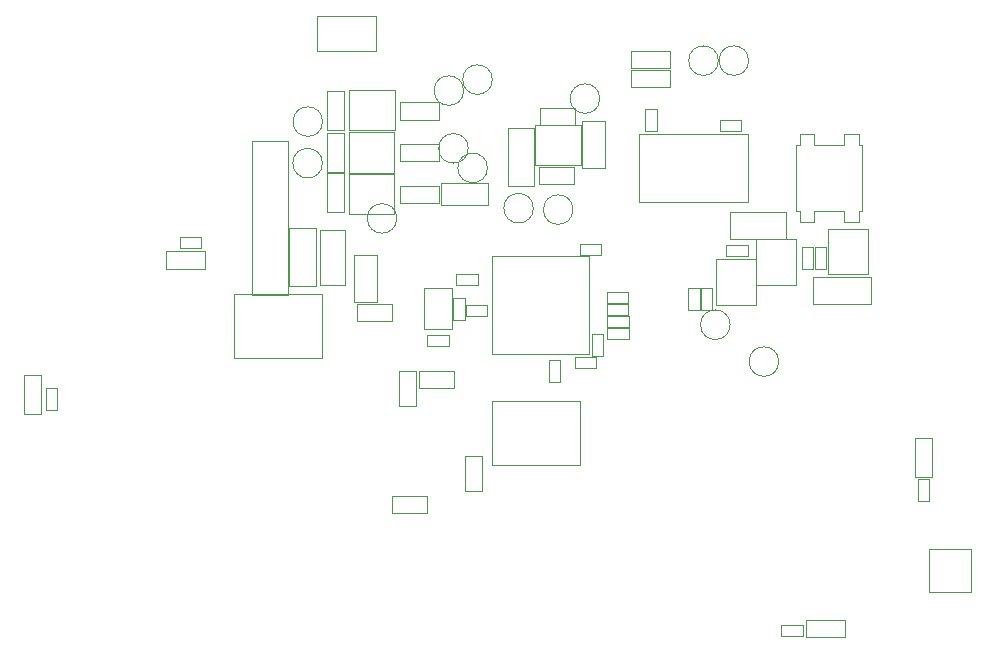
<source format=gbr>
G04 #@! TF.GenerationSoftware,KiCad,Pcbnew,7.0.2*
G04 #@! TF.CreationDate,2023-06-06T21:39:12-07:00*
G04 #@! TF.ProjectId,procon_gcc_main_pcb,70726f63-6f6e-45f6-9763-635f6d61696e,1*
G04 #@! TF.SameCoordinates,Original*
G04 #@! TF.FileFunction,Other,User*
%FSLAX46Y46*%
G04 Gerber Fmt 4.6, Leading zero omitted, Abs format (unit mm)*
G04 Created by KiCad (PCBNEW 7.0.2) date 2023-06-06 21:39:12*
%MOMM*%
%LPD*%
G01*
G04 APERTURE LIST*
%ADD10C,0.050000*%
G04 APERTURE END LIST*
D10*
X151922760Y-123754312D02*
X151922760Y-121894312D01*
X152862760Y-123754312D02*
X151922760Y-123754312D01*
X151922760Y-121894312D02*
X152862760Y-121894312D01*
X152862760Y-121894312D02*
X152862760Y-123754312D01*
X171183595Y-144004174D02*
X171183595Y-147604174D01*
X171183595Y-147604174D02*
X174783595Y-147604174D01*
X174783595Y-144004174D02*
X171183595Y-144004174D01*
X174783595Y-147604174D02*
X174783595Y-144004174D01*
X145798378Y-125144084D02*
X143938378Y-125144084D01*
X145798378Y-124204084D02*
X145798378Y-125144084D01*
X143938378Y-125144084D02*
X143938378Y-124204084D01*
X143938378Y-124204084D02*
X145798378Y-124204084D01*
X154385499Y-115424786D02*
X154385499Y-117724786D01*
X154385499Y-115424786D02*
X159085499Y-115424786D01*
X159085499Y-115424786D02*
X159085499Y-117724786D01*
X159085499Y-117724786D02*
X154385499Y-117724786D01*
X133368988Y-136073904D02*
X133368988Y-139033904D01*
X131908988Y-136073904D02*
X133368988Y-136073904D01*
X133368988Y-139033904D02*
X131908988Y-139033904D01*
X131908988Y-139033904D02*
X131908988Y-136073904D01*
X162491317Y-118364380D02*
X162491317Y-120224380D01*
X161551317Y-118364380D02*
X162491317Y-118364380D01*
X162491317Y-120224380D02*
X161551317Y-120224380D01*
X161551317Y-120224380D02*
X161551317Y-118364380D01*
X153370505Y-102616000D02*
G75*
G03*
X153370505Y-102616000I-1250000J0D01*
G01*
X170269623Y-139898477D02*
X170269623Y-138038477D01*
X171209623Y-139898477D02*
X170269623Y-139898477D01*
X170269623Y-138038477D02*
X171209623Y-138038477D01*
X171209623Y-138038477D02*
X171209623Y-139898477D01*
X143331539Y-105833876D02*
G75*
G03*
X143331539Y-105833876I-1250000J0D01*
G01*
X112380156Y-122389537D02*
X112380156Y-127789537D01*
X112380156Y-127789537D02*
X119780156Y-127789537D01*
X119780156Y-122389537D02*
X112380156Y-122389537D01*
X119780156Y-127789537D02*
X119780156Y-122389537D01*
X96047457Y-129230391D02*
X96047457Y-132530391D01*
X94587457Y-129230391D02*
X96047457Y-129230391D01*
X96047457Y-132530391D02*
X94587457Y-132530391D01*
X94587457Y-132530391D02*
X94587457Y-129230391D01*
X116900000Y-122450000D02*
X116900000Y-109450000D01*
X116900000Y-109450000D02*
X113900000Y-109450000D01*
X113900000Y-122450000D02*
X116900000Y-122450000D01*
X113900000Y-109450000D02*
X113900000Y-122450000D01*
X122122500Y-105110000D02*
X122122500Y-108510000D01*
X122122500Y-108510000D02*
X125962500Y-108510000D01*
X125962500Y-105110000D02*
X122122500Y-105110000D01*
X125962500Y-108510000D02*
X125962500Y-105110000D01*
X122110000Y-112180000D02*
X122110000Y-115580000D01*
X122110000Y-115580000D02*
X125950000Y-115580000D01*
X125950000Y-112180000D02*
X122110000Y-112180000D01*
X125950000Y-115580000D02*
X125950000Y-112180000D01*
X131150000Y-120661418D02*
X133010000Y-120661418D01*
X131150000Y-121601418D02*
X131150000Y-120661418D01*
X133010000Y-120661418D02*
X133010000Y-121601418D01*
X133010000Y-121601418D02*
X131150000Y-121601418D01*
X164100004Y-151428757D02*
X160800004Y-151428757D01*
X164100004Y-149968757D02*
X164100004Y-151428757D01*
X160800004Y-151428757D02*
X160800004Y-149968757D01*
X160800004Y-149968757D02*
X164100004Y-149968757D01*
X137772000Y-108294000D02*
X137772000Y-113194000D01*
X135532000Y-108294000D02*
X137772000Y-108294000D01*
X137772000Y-113194000D02*
X135532000Y-113194000D01*
X135532000Y-113194000D02*
X135532000Y-108294000D01*
X121674000Y-108719000D02*
X121674000Y-112019000D01*
X120214000Y-108719000D02*
X121674000Y-108719000D01*
X121674000Y-112019000D02*
X120214000Y-112019000D01*
X120214000Y-112019000D02*
X120214000Y-108719000D01*
X162653973Y-120687393D02*
X166053973Y-120687393D01*
X166053973Y-120687393D02*
X166053973Y-116847393D01*
X162653973Y-116847393D02*
X162653973Y-120687393D01*
X166053973Y-116847393D02*
X162653973Y-116847393D01*
X155298965Y-108559075D02*
X153478965Y-108559075D01*
X155298965Y-107639075D02*
X155298965Y-108559075D01*
X153478965Y-108559075D02*
X153478965Y-107639075D01*
X153478965Y-107639075D02*
X155298965Y-107639075D01*
X142420000Y-119180000D02*
X134180000Y-119180000D01*
X134180000Y-119180000D02*
X134180000Y-127420000D01*
X142420000Y-127420000D02*
X142420000Y-119180000D01*
X134180000Y-127420000D02*
X142420000Y-127420000D01*
X143580000Y-125790000D02*
X143580000Y-127610000D01*
X142660000Y-125790000D02*
X143580000Y-125790000D01*
X143580000Y-127610000D02*
X142660000Y-127610000D01*
X142660000Y-127610000D02*
X142660000Y-125790000D01*
X141064343Y-115229853D02*
G75*
G03*
X141064343Y-115229853I-1250000J0D01*
G01*
X121667000Y-112160000D02*
X121667000Y-115460000D01*
X120207000Y-112160000D02*
X121667000Y-112160000D01*
X121667000Y-115460000D02*
X120207000Y-115460000D01*
X120207000Y-115460000D02*
X120207000Y-112160000D01*
X129878718Y-112974462D02*
X129878718Y-114874462D01*
X129878718Y-112974462D02*
X133878718Y-112974462D01*
X129878718Y-114874462D02*
X133878718Y-114874462D01*
X133878718Y-112974462D02*
X133878718Y-114874462D01*
X117046000Y-121685500D02*
X117046000Y-116785500D01*
X119286000Y-121685500D02*
X117046000Y-121685500D01*
X117046000Y-116785500D02*
X119286000Y-116785500D01*
X119286000Y-116785500D02*
X119286000Y-121685500D01*
X122550000Y-123050000D02*
X124450000Y-123050000D01*
X122550000Y-123050000D02*
X122550000Y-119050000D01*
X124450000Y-123050000D02*
X124450000Y-119050000D01*
X122550000Y-119050000D02*
X124450000Y-119050000D01*
X133791612Y-124259940D02*
X131971612Y-124259940D01*
X133791612Y-123339940D02*
X133791612Y-124259940D01*
X131971612Y-124259940D02*
X131971612Y-123339940D01*
X131971612Y-123339940D02*
X133791612Y-123339940D01*
X129730000Y-114670000D02*
X126430000Y-114670000D01*
X129730000Y-113210000D02*
X129730000Y-114670000D01*
X126430000Y-114670000D02*
X126430000Y-113210000D01*
X126430000Y-113210000D02*
X129730000Y-113210000D01*
X161420598Y-118362478D02*
X161420598Y-120222478D01*
X160480598Y-118362478D02*
X161420598Y-118362478D01*
X161420598Y-120222478D02*
X160480598Y-120222478D01*
X160480598Y-120222478D02*
X160480598Y-118362478D01*
X125732999Y-139464151D02*
X128692999Y-139464151D01*
X125732999Y-140924151D02*
X125732999Y-139464151D01*
X128692999Y-139464151D02*
X128692999Y-140924151D01*
X128692999Y-140924151D02*
X125732999Y-140924151D01*
X161403973Y-120947393D02*
X166303973Y-120947393D01*
X161403973Y-123187393D02*
X161403973Y-120947393D01*
X166303973Y-120947393D02*
X166303973Y-123187393D01*
X166303973Y-123187393D02*
X161403973Y-123187393D01*
X153155499Y-123274786D02*
X156555499Y-123274786D01*
X156555499Y-123274786D02*
X156555499Y-119434786D01*
X153155499Y-119434786D02*
X153155499Y-123274786D01*
X156555499Y-119434786D02*
X153155499Y-119434786D01*
X145803475Y-126168631D02*
X143943475Y-126168631D01*
X145803475Y-125228631D02*
X145803475Y-126168631D01*
X143943475Y-126168631D02*
X143943475Y-125228631D01*
X143943475Y-125228631D02*
X145803475Y-125228631D01*
X106631309Y-118767056D02*
X109931309Y-118767056D01*
X106631309Y-120227056D02*
X106631309Y-118767056D01*
X109931309Y-118767056D02*
X109931309Y-120227056D01*
X109931309Y-120227056D02*
X106631309Y-120227056D01*
X125780000Y-124655000D02*
X122820000Y-124655000D01*
X125780000Y-123195000D02*
X125780000Y-124655000D01*
X122820000Y-124655000D02*
X122820000Y-123195000D01*
X122820000Y-123195000D02*
X125780000Y-123195000D01*
X126150940Y-115973075D02*
G75*
G03*
X126150940Y-115973075I-1250000J0D01*
G01*
X158487043Y-128094200D02*
G75*
G03*
X158487043Y-128094200I-1250000J0D01*
G01*
X127758523Y-128867529D02*
X127758523Y-131827529D01*
X126298523Y-128867529D02*
X127758523Y-128867529D01*
X127758523Y-131827529D02*
X126298523Y-131827529D01*
X126298523Y-131827529D02*
X126298523Y-128867529D01*
X147199721Y-108585507D02*
X147199721Y-106725507D01*
X148139721Y-108585507D02*
X147199721Y-108585507D01*
X147199721Y-106725507D02*
X148139721Y-106725507D01*
X148139721Y-106725507D02*
X148139721Y-108585507D01*
X130850000Y-121825000D02*
X130850000Y-125325000D01*
X128450000Y-121825000D02*
X130850000Y-121825000D01*
X130850000Y-125325000D02*
X128450000Y-125325000D01*
X128450000Y-125325000D02*
X128450000Y-121825000D01*
X141645728Y-118121565D02*
X143465728Y-118121565D01*
X141645728Y-119041565D02*
X141645728Y-118121565D01*
X143465728Y-118121565D02*
X143465728Y-119041565D01*
X143465728Y-119041565D02*
X141645728Y-119041565D01*
X119656000Y-121572000D02*
X119656000Y-116972000D01*
X121756000Y-121572000D02*
X119656000Y-121572000D01*
X119656000Y-116972000D02*
X121756000Y-116972000D01*
X121756000Y-116972000D02*
X121756000Y-121572000D01*
X131806000Y-105156000D02*
G75*
G03*
X131806000Y-105156000I-1250000J0D01*
G01*
X171468456Y-134564581D02*
X171468456Y-137864581D01*
X170008456Y-134564581D02*
X171468456Y-134564581D01*
X171468456Y-137864581D02*
X170008456Y-137864581D01*
X170008456Y-137864581D02*
X170008456Y-134564581D01*
X122110000Y-108690000D02*
X122110000Y-112090000D01*
X122110000Y-112090000D02*
X125950000Y-112090000D01*
X125950000Y-108690000D02*
X122110000Y-108690000D01*
X125950000Y-112090000D02*
X125950000Y-108690000D01*
X141728000Y-111494500D02*
X141728000Y-108094500D01*
X141728000Y-108094500D02*
X137888000Y-108094500D01*
X137888000Y-111494500D02*
X141728000Y-111494500D01*
X137888000Y-108094500D02*
X137888000Y-111494500D01*
X158715629Y-150377756D02*
X160575629Y-150377756D01*
X158715629Y-151317756D02*
X158715629Y-150377756D01*
X160575629Y-150377756D02*
X160575629Y-151317756D01*
X160575629Y-151317756D02*
X158715629Y-151317756D01*
X165260000Y-108790000D02*
X164010000Y-108790000D01*
X165260000Y-108790000D02*
X165260000Y-109740000D01*
X164010000Y-108790000D02*
X164010000Y-109740000D01*
X161510000Y-108790000D02*
X161510000Y-109740000D01*
X160260000Y-108790000D02*
X161510000Y-108790000D01*
X160260000Y-108790000D02*
X160260000Y-109740000D01*
X165560000Y-109740000D02*
X165260000Y-109740000D01*
X164010000Y-109740000D02*
X161510000Y-109740000D01*
X159960000Y-109740000D02*
X160260000Y-109740000D01*
X159960000Y-109740000D02*
X159960000Y-115340000D01*
X165560000Y-115340000D02*
X165560000Y-109740000D01*
X165560000Y-115340000D02*
X165260000Y-115340000D01*
X164010000Y-115340000D02*
X161510000Y-115340000D01*
X159960000Y-115340000D02*
X160260000Y-115340000D01*
X165260000Y-116290000D02*
X165260000Y-115340000D01*
X165260000Y-116290000D02*
X164010000Y-116290000D01*
X164010000Y-116290000D02*
X164010000Y-115340000D01*
X161510000Y-116290000D02*
X161510000Y-115340000D01*
X160260000Y-116290000D02*
X160260000Y-115340000D01*
X160260000Y-116290000D02*
X161510000Y-116290000D01*
X137709755Y-115106341D02*
G75*
G03*
X137709755Y-115106341I-1250000J0D01*
G01*
X107755401Y-117507059D02*
X109615401Y-117507059D01*
X107755401Y-118447059D02*
X107755401Y-117507059D01*
X109615401Y-117507059D02*
X109615401Y-118447059D01*
X109615401Y-118447059D02*
X107755401Y-118447059D01*
X128063394Y-128865200D02*
X131023394Y-128865200D01*
X128063394Y-130325200D02*
X128063394Y-128865200D01*
X131023394Y-128865200D02*
X131023394Y-130325200D01*
X131023394Y-130325200D02*
X128063394Y-130325200D01*
X143033255Y-128620953D02*
X141213255Y-128620953D01*
X143033255Y-127700953D02*
X143033255Y-128620953D01*
X141213255Y-128620953D02*
X141213255Y-127700953D01*
X141213255Y-127700953D02*
X143033255Y-127700953D01*
X128709756Y-125804421D02*
X130569756Y-125804421D01*
X128709756Y-126744421D02*
X128709756Y-125804421D01*
X130569756Y-125804421D02*
X130569756Y-126744421D01*
X130569756Y-126744421D02*
X128709756Y-126744421D01*
X138208000Y-111594500D02*
X141168000Y-111594500D01*
X138208000Y-113054500D02*
X138208000Y-111594500D01*
X141168000Y-111594500D02*
X141168000Y-113054500D01*
X141168000Y-113054500D02*
X138208000Y-113054500D01*
X145760000Y-124135000D02*
X143940000Y-124135000D01*
X145760000Y-123215000D02*
X145760000Y-124135000D01*
X143940000Y-124135000D02*
X143940000Y-123215000D01*
X143940000Y-123215000D02*
X145760000Y-123215000D01*
X124420000Y-98830000D02*
X119420000Y-98830000D01*
X119420000Y-98830000D02*
X119420000Y-101830000D01*
X124420000Y-101830000D02*
X124420000Y-98830000D01*
X119420000Y-101830000D02*
X124420000Y-101830000D01*
X119866369Y-107778492D02*
G75*
G03*
X119866369Y-107778492I-1250000J0D01*
G01*
X145757989Y-123125768D02*
X143937989Y-123125768D01*
X145757989Y-122205768D02*
X145757989Y-123125768D01*
X143937989Y-123125768D02*
X143937989Y-122205768D01*
X143937989Y-122205768D02*
X145757989Y-122205768D01*
X132195712Y-110042059D02*
G75*
G03*
X132195712Y-110042059I-1250000J0D01*
G01*
X156555499Y-121594786D02*
X159955499Y-121594786D01*
X159955499Y-121594786D02*
X159955499Y-117754786D01*
X156555499Y-117754786D02*
X156555499Y-121594786D01*
X159955499Y-117754786D02*
X156555499Y-117754786D01*
X129720000Y-111110000D02*
X126420000Y-111110000D01*
X129720000Y-109650000D02*
X129720000Y-111110000D01*
X126420000Y-111110000D02*
X126420000Y-109650000D01*
X126420000Y-109650000D02*
X129720000Y-109650000D01*
X119849544Y-111294833D02*
G75*
G03*
X119849544Y-111294833I-1250000J0D01*
G01*
X134222000Y-131412000D02*
X134222000Y-136812000D01*
X134222000Y-136812000D02*
X141622000Y-136812000D01*
X141622000Y-131412000D02*
X134222000Y-131412000D01*
X141622000Y-136812000D02*
X141622000Y-131412000D01*
X146621042Y-108834917D02*
X146621042Y-114554917D01*
X146621042Y-114554917D02*
X155921042Y-114554917D01*
X155921042Y-108834917D02*
X146621042Y-108834917D01*
X155921042Y-114554917D02*
X155921042Y-108834917D01*
X129730000Y-107610000D02*
X126430000Y-107610000D01*
X129730000Y-106150000D02*
X129730000Y-107610000D01*
X126430000Y-107610000D02*
X126430000Y-106150000D01*
X126430000Y-106150000D02*
X129730000Y-106150000D01*
X130950884Y-124573577D02*
X130950884Y-122713577D01*
X131890884Y-124573577D02*
X130950884Y-124573577D01*
X130950884Y-122713577D02*
X131890884Y-122713577D01*
X131890884Y-122713577D02*
X131890884Y-124573577D01*
X97403652Y-130322363D02*
X97403652Y-132182363D01*
X96463652Y-130322363D02*
X97403652Y-130322363D01*
X97403652Y-132182363D02*
X96463652Y-132182363D01*
X96463652Y-132182363D02*
X96463652Y-130322363D01*
X141213000Y-108074500D02*
X138253000Y-108074500D01*
X141213000Y-106614500D02*
X141213000Y-108074500D01*
X138253000Y-108074500D02*
X138253000Y-106614500D01*
X138253000Y-106614500D02*
X141213000Y-106614500D01*
X121660000Y-105230000D02*
X121660000Y-108530000D01*
X120200000Y-105230000D02*
X121660000Y-105230000D01*
X121660000Y-108530000D02*
X120200000Y-108530000D01*
X120200000Y-108530000D02*
X120200000Y-105230000D01*
X155895499Y-119154786D02*
X154035499Y-119154786D01*
X155895499Y-118214786D02*
X155895499Y-119154786D01*
X154035499Y-119154786D02*
X154035499Y-118214786D01*
X154035499Y-118214786D02*
X155895499Y-118214786D01*
X155936000Y-102616000D02*
G75*
G03*
X155936000Y-102616000I-1250000J0D01*
G01*
X134230418Y-104222421D02*
G75*
G03*
X134230418Y-104222421I-1250000J0D01*
G01*
X145950000Y-101820000D02*
X149250000Y-101820000D01*
X145950000Y-103280000D02*
X145950000Y-101820000D01*
X149250000Y-101820000D02*
X149250000Y-103280000D01*
X149250000Y-103280000D02*
X145950000Y-103280000D01*
X141844000Y-111704500D02*
X143744000Y-111704500D01*
X141844000Y-111704500D02*
X141844000Y-107704500D01*
X143744000Y-111704500D02*
X143744000Y-107704500D01*
X141844000Y-107704500D02*
X143744000Y-107704500D01*
X151784832Y-121888704D02*
X151784832Y-123748704D01*
X150844832Y-121888704D02*
X151784832Y-121888704D01*
X151784832Y-123748704D02*
X150844832Y-123748704D01*
X150844832Y-123748704D02*
X150844832Y-121888704D01*
X154369831Y-124976430D02*
G75*
G03*
X154369831Y-124976430I-1250000J0D01*
G01*
X145950000Y-103420000D02*
X149250000Y-103420000D01*
X145950000Y-104880000D02*
X145950000Y-103420000D01*
X149250000Y-103420000D02*
X149250000Y-104880000D01*
X149250000Y-104880000D02*
X145950000Y-104880000D01*
X133821909Y-111701320D02*
G75*
G03*
X133821909Y-111701320I-1250000J0D01*
G01*
X139943009Y-127965944D02*
X139943009Y-129825944D01*
X139003009Y-127965944D02*
X139943009Y-127965944D01*
X139943009Y-129825944D02*
X139003009Y-129825944D01*
X139003009Y-129825944D02*
X139003009Y-127965944D01*
M02*

</source>
